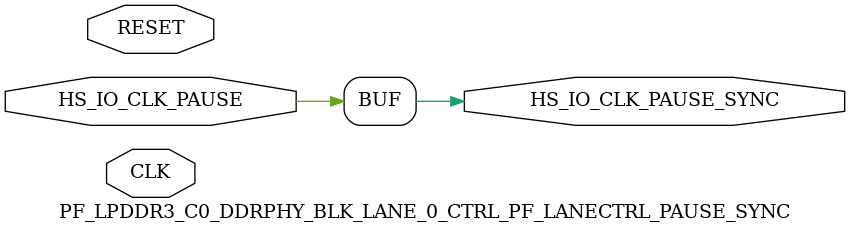
<source format=v>


module PF_LPDDR3_C0_DDRPHY_BLK_LANE_0_CTRL_PF_LANECTRL_PAUSE_SYNC( CLK, RESET, HS_IO_CLK_PAUSE, HS_IO_CLK_PAUSE_SYNC );
	
	input CLK, RESET, HS_IO_CLK_PAUSE;
	output HS_IO_CLK_PAUSE_SYNC;

	parameter ENABLE_PAUSE_EXTENSION = 2'b00;

	reg pause_reg_0, pause_reg_1, pause;
	wire pause_sync_0_i;

	generate 
		if( ENABLE_PAUSE_EXTENSION == 3'b000 ) begin : feed
			assign HS_IO_CLK_PAUSE_SYNC = HS_IO_CLK_PAUSE;
		end else if( ENABLE_PAUSE_EXTENSION == 3'b001 ) begin : pipe
			(* HS_IO_CLK_PAUSE_SYNC = 1, syn_keep = 1 *) SLE pause_sync_0(
				.CLK( CLK ),
				.D( HS_IO_CLK_PAUSE ),
				.Q( pause_sync_0_i ),
				.LAT( 1'b0 ),
				.EN( 1'b1 ),
				.ALn( ~RESET ),
				.ADn( 1'b1 ),
				.SLn( 1'b1 ),
				.SD( 1'b0 )
				);

			(* HS_IO_CLK_PAUSE_SYNC = 1, syn_keep = 1 *) SLE pause_sync (
				.CLK( CLK ),
				.D( pause_sync_0_i ),
				.Q( HS_IO_CLK_PAUSE_SYNC ),
				.LAT( 1'b0 ),
				.EN( 1'b1 ),
				.ALn( ~RESET ),
				.ADn( 1'b1 ),
				.SLn( 1'b1 ),
				.SD( 1'b0 )
				);
		end else if ( ENABLE_PAUSE_EXTENSION == 3'b010 ) begin : ext_pipe
			always @(posedge CLK or posedge RESET) begin : ext
				if( RESET == 1'b1 ) begin
					pause_reg_0 <= 1'b0;
					pause_reg_1 <= 1'b0;
					pause <= 1'b0;
				end else begin
					pause_reg_0 <= HS_IO_CLK_PAUSE;
					pause_reg_1 <= pause_reg_0;
					if( HS_IO_CLK_PAUSE == 1'b0 && pause_reg_0 ==1'b1 && pause_reg_1 == 1'b0 )
						pause <= 1'b1; // Extend by 1 cycle if the pulse is less than a cycle
					else
						pause <= HS_IO_CLK_PAUSE;
				end
			end

			(* HS_IO_CLK_PAUSE_SYNC = 1, syn_keep = 1 *) SLE pause_sync (
				.CLK( CLK ),
				.D( pause ),
				.Q( HS_IO_CLK_PAUSE_SYNC ),
				.LAT( 1'b0 ),
				.EN( 1'b1 ),
				.ALn( ~RESET ),
				.ADn( 1'b1 ),
				.SLn( 1'b1 ),
				.SD( 1'b0 )
				);
		end else if ( ENABLE_PAUSE_EXTENSION == 3'b011 ) begin : pipe_fall 
			(* HS_IO_CLK_PAUSE_SYNC = 1, syn_keep = 1 *) SLE pause_sync_0 (
				.CLK( CLK ),
				.D( HS_IO_CLK_PAUSE ),
				.Q( pause_sync_0_i ),
				.LAT( 1'b0 ),
				.EN( 1'b1 ),
				.ALn( ~RESET ),
				.ADn( 1'b1 ),
				.SLn( 1'b1 ),
				.SD( 1'b0 )
				);

			(* HS_IO_CLK_PAUSE_SYNC = 1, syn_keep = 1 *) SLE pause_sync (
				.CLK( ~CLK ),
				.D( pause_sync_0_i ),
				.Q( HS_IO_CLK_PAUSE_SYNC ),
				.LAT( 1'b0 ),
				.EN( 1'b1 ),
				.ALn( ~RESET ),
				.ADn( 1'b1 ),
				.SLn( 1'b1 ),
				.SD( 1'b0 )
				);
		end else if ( ENABLE_PAUSE_EXTENSION == 3'b100 ) begin : ext_pipe_fall 
			always @(posedge CLK or posedge RESET) begin : ext
				if( RESET == 1'b1 ) begin
					pause_reg_0 <= 1'b0;
					pause_reg_1 <= 1'b0;
					pause <= 1'b0;
				end else begin
					pause_reg_0 <= HS_IO_CLK_PAUSE;
					pause_reg_1 <= pause_reg_0;
					if( HS_IO_CLK_PAUSE == 1'b0 && pause_reg_0 ==1'b1 && pause_reg_1 == 1'b0 )
						pause <= 1'b1; // Extend by 1 cycle if the pulse is less than a cycle
					else
						pause <= HS_IO_CLK_PAUSE;
				end
			end

			(* HS_IO_CLK_PAUSE_SYNC = 1, syn_keep = 1 *) SLE pause_sync (
				.CLK( ~CLK ),
				.D( pause ),
				.Q( HS_IO_CLK_PAUSE_SYNC ),
				.LAT( 1'b0 ),
				.EN( 1'b1 ),
				.ALn( ~RESET ),
				.ADn( 1'b1 ),
				.SLn( 1'b1 ),
				.SD( 1'b0 )
				);
		end
	endgenerate

endmodule
</source>
